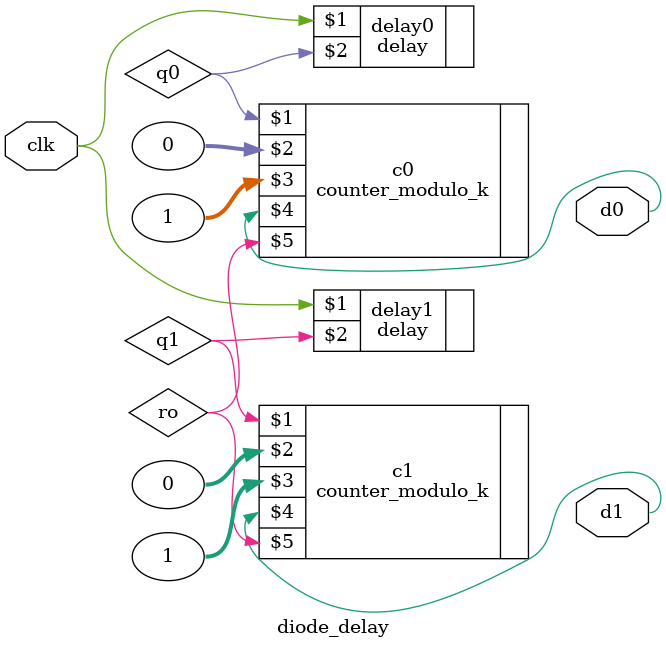
<source format=v>
module diode_delay(
	input clk,
	output d0, d1);
	
	// 0.1s
	wire q0, q1;
	wire ro;
	delay #(5000000) delay0(clk, q0);
	counter_modulo_k #(2) c0(q0, 0, 1, d0, ro);
	
	// 0.5s
	delay #(25000000) delay1(clk, q1);
	counter_modulo_k #(2) c1(q1, 0, 1, d1, ro);
	
endmodule

</source>
